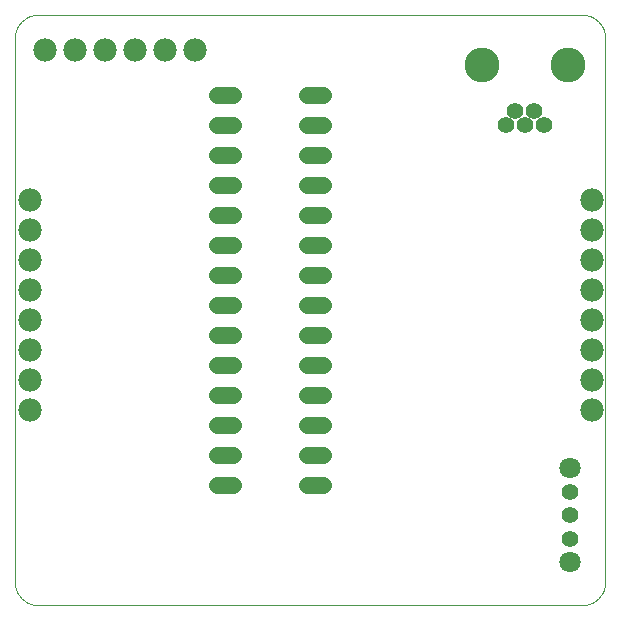
<source format=gbs>
G75*
%MOIN*%
%OFA0B0*%
%FSLAX25Y25*%
%IPPOS*%
%LPD*%
%AMOC8*
5,1,8,0,0,1.08239X$1,22.5*
%
%ADD10C,0.00000*%
%ADD11C,0.05600*%
%ADD12C,0.05550*%
%ADD13C,0.11620*%
%ADD14C,0.07800*%
%ADD15C,0.07093*%
D10*
X0001600Y0009474D02*
X0001600Y0190576D01*
X0001602Y0190766D01*
X0001609Y0190956D01*
X0001621Y0191146D01*
X0001637Y0191336D01*
X0001657Y0191525D01*
X0001683Y0191714D01*
X0001712Y0191902D01*
X0001747Y0192089D01*
X0001786Y0192275D01*
X0001829Y0192460D01*
X0001877Y0192645D01*
X0001929Y0192828D01*
X0001985Y0193009D01*
X0002046Y0193189D01*
X0002112Y0193368D01*
X0002181Y0193545D01*
X0002255Y0193721D01*
X0002333Y0193894D01*
X0002416Y0194066D01*
X0002502Y0194235D01*
X0002592Y0194403D01*
X0002687Y0194568D01*
X0002785Y0194731D01*
X0002888Y0194891D01*
X0002994Y0195049D01*
X0003104Y0195204D01*
X0003217Y0195357D01*
X0003335Y0195507D01*
X0003456Y0195653D01*
X0003580Y0195797D01*
X0003708Y0195938D01*
X0003839Y0196076D01*
X0003974Y0196211D01*
X0004112Y0196342D01*
X0004253Y0196470D01*
X0004397Y0196594D01*
X0004543Y0196715D01*
X0004693Y0196833D01*
X0004846Y0196946D01*
X0005001Y0197056D01*
X0005159Y0197162D01*
X0005319Y0197265D01*
X0005482Y0197363D01*
X0005647Y0197458D01*
X0005815Y0197548D01*
X0005984Y0197634D01*
X0006156Y0197717D01*
X0006329Y0197795D01*
X0006505Y0197869D01*
X0006682Y0197938D01*
X0006861Y0198004D01*
X0007041Y0198065D01*
X0007222Y0198121D01*
X0007405Y0198173D01*
X0007590Y0198221D01*
X0007775Y0198264D01*
X0007961Y0198303D01*
X0008148Y0198338D01*
X0008336Y0198367D01*
X0008525Y0198393D01*
X0008714Y0198413D01*
X0008904Y0198429D01*
X0009094Y0198441D01*
X0009284Y0198448D01*
X0009474Y0198450D01*
X0190576Y0198450D01*
X0190766Y0198448D01*
X0190956Y0198441D01*
X0191146Y0198429D01*
X0191336Y0198413D01*
X0191525Y0198393D01*
X0191714Y0198367D01*
X0191902Y0198338D01*
X0192089Y0198303D01*
X0192275Y0198264D01*
X0192460Y0198221D01*
X0192645Y0198173D01*
X0192828Y0198121D01*
X0193009Y0198065D01*
X0193189Y0198004D01*
X0193368Y0197938D01*
X0193545Y0197869D01*
X0193721Y0197795D01*
X0193894Y0197717D01*
X0194066Y0197634D01*
X0194235Y0197548D01*
X0194403Y0197458D01*
X0194568Y0197363D01*
X0194731Y0197265D01*
X0194891Y0197162D01*
X0195049Y0197056D01*
X0195204Y0196946D01*
X0195357Y0196833D01*
X0195507Y0196715D01*
X0195653Y0196594D01*
X0195797Y0196470D01*
X0195938Y0196342D01*
X0196076Y0196211D01*
X0196211Y0196076D01*
X0196342Y0195938D01*
X0196470Y0195797D01*
X0196594Y0195653D01*
X0196715Y0195507D01*
X0196833Y0195357D01*
X0196946Y0195204D01*
X0197056Y0195049D01*
X0197162Y0194891D01*
X0197265Y0194731D01*
X0197363Y0194568D01*
X0197458Y0194403D01*
X0197548Y0194235D01*
X0197634Y0194066D01*
X0197717Y0193894D01*
X0197795Y0193721D01*
X0197869Y0193545D01*
X0197938Y0193368D01*
X0198004Y0193189D01*
X0198065Y0193009D01*
X0198121Y0192828D01*
X0198173Y0192645D01*
X0198221Y0192460D01*
X0198264Y0192275D01*
X0198303Y0192089D01*
X0198338Y0191902D01*
X0198367Y0191714D01*
X0198393Y0191525D01*
X0198413Y0191336D01*
X0198429Y0191146D01*
X0198441Y0190956D01*
X0198448Y0190766D01*
X0198450Y0190576D01*
X0198450Y0009474D01*
X0198448Y0009284D01*
X0198441Y0009094D01*
X0198429Y0008904D01*
X0198413Y0008714D01*
X0198393Y0008525D01*
X0198367Y0008336D01*
X0198338Y0008148D01*
X0198303Y0007961D01*
X0198264Y0007775D01*
X0198221Y0007590D01*
X0198173Y0007405D01*
X0198121Y0007222D01*
X0198065Y0007041D01*
X0198004Y0006861D01*
X0197938Y0006682D01*
X0197869Y0006505D01*
X0197795Y0006329D01*
X0197717Y0006156D01*
X0197634Y0005984D01*
X0197548Y0005815D01*
X0197458Y0005647D01*
X0197363Y0005482D01*
X0197265Y0005319D01*
X0197162Y0005159D01*
X0197056Y0005001D01*
X0196946Y0004846D01*
X0196833Y0004693D01*
X0196715Y0004543D01*
X0196594Y0004397D01*
X0196470Y0004253D01*
X0196342Y0004112D01*
X0196211Y0003974D01*
X0196076Y0003839D01*
X0195938Y0003708D01*
X0195797Y0003580D01*
X0195653Y0003456D01*
X0195507Y0003335D01*
X0195357Y0003217D01*
X0195204Y0003104D01*
X0195049Y0002994D01*
X0194891Y0002888D01*
X0194731Y0002785D01*
X0194568Y0002687D01*
X0194403Y0002592D01*
X0194235Y0002502D01*
X0194066Y0002416D01*
X0193894Y0002333D01*
X0193721Y0002255D01*
X0193545Y0002181D01*
X0193368Y0002112D01*
X0193189Y0002046D01*
X0193009Y0001985D01*
X0192828Y0001929D01*
X0192645Y0001877D01*
X0192460Y0001829D01*
X0192275Y0001786D01*
X0192089Y0001747D01*
X0191902Y0001712D01*
X0191714Y0001683D01*
X0191525Y0001657D01*
X0191336Y0001637D01*
X0191146Y0001621D01*
X0190956Y0001609D01*
X0190766Y0001602D01*
X0190576Y0001600D01*
X0009474Y0001600D01*
X0009284Y0001602D01*
X0009094Y0001609D01*
X0008904Y0001621D01*
X0008714Y0001637D01*
X0008525Y0001657D01*
X0008336Y0001683D01*
X0008148Y0001712D01*
X0007961Y0001747D01*
X0007775Y0001786D01*
X0007590Y0001829D01*
X0007405Y0001877D01*
X0007222Y0001929D01*
X0007041Y0001985D01*
X0006861Y0002046D01*
X0006682Y0002112D01*
X0006505Y0002181D01*
X0006329Y0002255D01*
X0006156Y0002333D01*
X0005984Y0002416D01*
X0005815Y0002502D01*
X0005647Y0002592D01*
X0005482Y0002687D01*
X0005319Y0002785D01*
X0005159Y0002888D01*
X0005001Y0002994D01*
X0004846Y0003104D01*
X0004693Y0003217D01*
X0004543Y0003335D01*
X0004397Y0003456D01*
X0004253Y0003580D01*
X0004112Y0003708D01*
X0003974Y0003839D01*
X0003839Y0003974D01*
X0003708Y0004112D01*
X0003580Y0004253D01*
X0003456Y0004397D01*
X0003335Y0004543D01*
X0003217Y0004693D01*
X0003104Y0004846D01*
X0002994Y0005001D01*
X0002888Y0005159D01*
X0002785Y0005319D01*
X0002687Y0005482D01*
X0002592Y0005647D01*
X0002502Y0005815D01*
X0002416Y0005984D01*
X0002333Y0006156D01*
X0002255Y0006329D01*
X0002181Y0006505D01*
X0002112Y0006682D01*
X0002046Y0006861D01*
X0001985Y0007041D01*
X0001929Y0007222D01*
X0001877Y0007405D01*
X0001829Y0007590D01*
X0001786Y0007775D01*
X0001747Y0007961D01*
X0001712Y0008148D01*
X0001683Y0008336D01*
X0001657Y0008525D01*
X0001637Y0008714D01*
X0001621Y0008904D01*
X0001609Y0009094D01*
X0001602Y0009284D01*
X0001600Y0009474D01*
D11*
X0069000Y0041600D02*
X0074200Y0041600D01*
X0074200Y0051600D02*
X0069000Y0051600D01*
X0069000Y0061600D02*
X0074200Y0061600D01*
X0074200Y0071600D02*
X0069000Y0071600D01*
X0069000Y0081600D02*
X0074200Y0081600D01*
X0074200Y0091600D02*
X0069000Y0091600D01*
X0069000Y0101600D02*
X0074200Y0101600D01*
X0074200Y0111600D02*
X0069000Y0111600D01*
X0069000Y0121600D02*
X0074200Y0121600D01*
X0074200Y0131600D02*
X0069000Y0131600D01*
X0069000Y0141600D02*
X0074200Y0141600D01*
X0074200Y0151600D02*
X0069000Y0151600D01*
X0069000Y0161600D02*
X0074200Y0161600D01*
X0074200Y0171600D02*
X0069000Y0171600D01*
X0099000Y0171600D02*
X0104200Y0171600D01*
X0104200Y0161600D02*
X0099000Y0161600D01*
X0099000Y0151600D02*
X0104200Y0151600D01*
X0104200Y0141600D02*
X0099000Y0141600D01*
X0099000Y0131600D02*
X0104200Y0131600D01*
X0104200Y0121600D02*
X0099000Y0121600D01*
X0099000Y0111600D02*
X0104200Y0111600D01*
X0104200Y0101600D02*
X0099000Y0101600D01*
X0099000Y0091600D02*
X0104200Y0091600D01*
X0104200Y0081600D02*
X0099000Y0081600D01*
X0099000Y0071600D02*
X0104200Y0071600D01*
X0104200Y0061600D02*
X0099000Y0061600D01*
X0099000Y0051600D02*
X0104200Y0051600D01*
X0104200Y0041600D02*
X0099000Y0041600D01*
D12*
X0186600Y0039474D03*
X0186600Y0031600D03*
X0186600Y0023726D03*
X0177899Y0161521D03*
X0174750Y0166246D03*
X0171600Y0161521D03*
X0168450Y0166246D03*
X0165301Y0161521D03*
D13*
X0157230Y0181600D03*
X0185970Y0181600D03*
D14*
X0194100Y0136600D03*
X0194100Y0126600D03*
X0194100Y0116600D03*
X0194100Y0106600D03*
X0194100Y0096600D03*
X0194100Y0086600D03*
X0194100Y0076600D03*
X0194100Y0066600D03*
X0061600Y0186600D03*
X0051600Y0186600D03*
X0041600Y0186600D03*
X0031600Y0186600D03*
X0021600Y0186600D03*
X0011600Y0186600D03*
X0006600Y0136600D03*
X0006600Y0126600D03*
X0006600Y0116600D03*
X0006600Y0106600D03*
X0006600Y0096600D03*
X0006600Y0086600D03*
X0006600Y0076600D03*
X0006600Y0066600D03*
D15*
X0186600Y0047348D03*
X0186600Y0015852D03*
M02*

</source>
